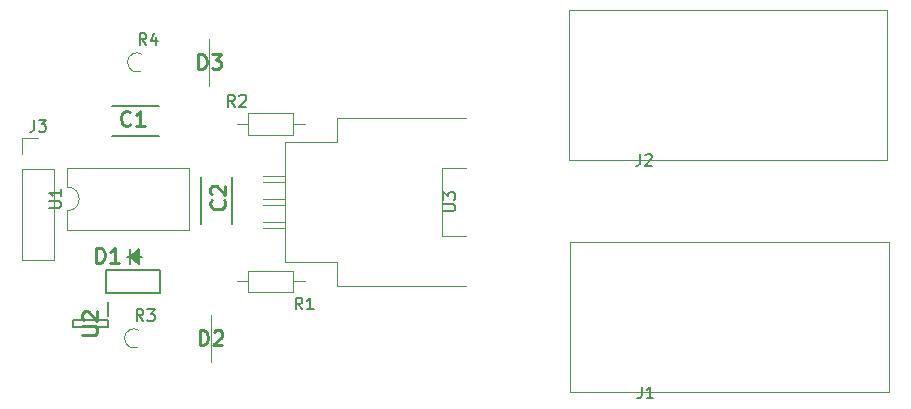
<source format=gbr>
%TF.GenerationSoftware,KiCad,Pcbnew,5.1.6+dfsg1-1*%
%TF.CreationDate,2021-01-11T22:17:59-08:00*%
%TF.ProjectId,high-current-sense-relay,68696768-2d63-4757-9272-656e742d7365,rev?*%
%TF.SameCoordinates,Original*%
%TF.FileFunction,Legend,Top*%
%TF.FilePolarity,Positive*%
%FSLAX46Y46*%
G04 Gerber Fmt 4.6, Leading zero omitted, Abs format (unit mm)*
G04 Created by KiCad (PCBNEW 5.1.6+dfsg1-1) date 2021-01-11 22:17:59*
%MOMM*%
%LPD*%
G01*
G04 APERTURE LIST*
%ADD10C,0.120000*%
%ADD11C,0.200000*%
%ADD12C,0.152400*%
%ADD13C,0.100000*%
%ADD14C,0.150000*%
%ADD15C,0.254000*%
G04 APERTURE END LIST*
D10*
%TO.C,J1*%
X176429000Y-49784000D02*
X149429000Y-49784000D01*
X176429000Y-37084000D02*
X176429000Y-49784000D01*
X149429000Y-37084000D02*
X176429000Y-37084000D01*
X149429000Y-49784000D02*
X149429000Y-37084000D01*
%TO.C,J2*%
X176302000Y-30099000D02*
X149302000Y-30099000D01*
X176302000Y-17399000D02*
X176302000Y-30099000D01*
X149302000Y-17399000D02*
X176302000Y-17399000D01*
X149302000Y-30099000D02*
X149302000Y-17399000D01*
D11*
%TO.C,C2*%
X120807000Y-31528000D02*
X120807000Y-35528000D01*
X118207000Y-31528000D02*
X118207000Y-35528000D01*
D10*
%TO.C,R2*%
X122159000Y-26131000D02*
X122159000Y-27971000D01*
X122159000Y-27971000D02*
X125999000Y-27971000D01*
X125999000Y-27971000D02*
X125999000Y-26131000D01*
X125999000Y-26131000D02*
X122159000Y-26131000D01*
X121209000Y-27051000D02*
X122159000Y-27051000D01*
X126949000Y-27051000D02*
X125999000Y-27051000D01*
%TO.C,R1*%
X125999000Y-41306000D02*
X125999000Y-39466000D01*
X125999000Y-39466000D02*
X122159000Y-39466000D01*
X122159000Y-39466000D02*
X122159000Y-41306000D01*
X122159000Y-41306000D02*
X125999000Y-41306000D01*
X126949000Y-40386000D02*
X125999000Y-40386000D01*
X121209000Y-40386000D02*
X122159000Y-40386000D01*
D11*
%TO.C,C1*%
X110649000Y-25497000D02*
X114649000Y-25497000D01*
X110649000Y-28097000D02*
X114649000Y-28097000D01*
D12*
%TO.C,D1*%
X113207800Y-38277800D02*
X112191800Y-38277800D01*
X112191800Y-38277800D02*
X111937800Y-38277800D01*
X112191800Y-37642800D02*
X112191800Y-38277800D01*
X112191800Y-38277800D02*
X112191800Y-38912800D01*
X112191800Y-38277800D02*
X112953800Y-37642800D01*
X112191800Y-38277800D02*
X112953800Y-37769800D01*
X112191800Y-38277800D02*
X112953800Y-37896800D01*
X112191800Y-38277800D02*
X112953800Y-38023800D01*
X112191800Y-38277800D02*
X112953800Y-38150800D01*
X112191800Y-38277800D02*
X112953800Y-38912800D01*
X112191800Y-38277800D02*
X112953800Y-38785800D01*
X112191800Y-38277800D02*
X112953800Y-38658800D01*
X112191800Y-38277800D02*
X112953800Y-38531800D01*
X112191800Y-38277800D02*
X112953800Y-38404800D01*
X112953800Y-37642800D02*
X112953800Y-38912800D01*
X110109000Y-41351200D02*
X114681000Y-41351200D01*
X114681000Y-41351200D02*
X114681000Y-39420800D01*
X114681000Y-39420800D02*
X110109000Y-39420800D01*
X110109000Y-39420800D02*
X110109000Y-41351200D01*
D13*
%TO.C,D2*%
X118999000Y-43212000D02*
X118999000Y-47212000D01*
X118999000Y-47212000D02*
X118999000Y-43212000D01*
%TO.C,D3*%
X118872000Y-23844000D02*
X118872000Y-19844000D01*
X118872000Y-19844000D02*
X118872000Y-23844000D01*
D10*
%TO.C,J3*%
X103064000Y-28261000D02*
X104394000Y-28261000D01*
X103064000Y-29591000D02*
X103064000Y-28261000D01*
X103064000Y-30861000D02*
X105724000Y-30861000D01*
X105724000Y-30861000D02*
X105724000Y-38541000D01*
X103064000Y-30861000D02*
X103064000Y-38541000D01*
X103064000Y-38541000D02*
X105724000Y-38541000D01*
%TO.C,R3*%
X112842095Y-45961359D02*
G75*
G02*
X112939133Y-44512000I-320095J749359D01*
G01*
%TO.C,R4*%
X113096095Y-22593359D02*
G75*
G02*
X113193133Y-21144000I-320095J749359D01*
G01*
%TO.C,U1*%
X106874000Y-30751000D02*
X106874000Y-32401000D01*
X117154000Y-30751000D02*
X106874000Y-30751000D01*
X117154000Y-36051000D02*
X117154000Y-30751000D01*
X106874000Y-36051000D02*
X117154000Y-36051000D01*
X106874000Y-34401000D02*
X106874000Y-36051000D01*
X106874000Y-32401000D02*
G75*
G02*
X106874000Y-34401000I0J-1000000D01*
G01*
D11*
%TO.C,U2*%
X110314000Y-43642000D02*
X110314000Y-44242000D01*
X110314000Y-44242000D02*
X107364000Y-44242000D01*
X107364000Y-44242000D02*
X107364000Y-43642000D01*
X107364000Y-43642000D02*
X110314000Y-43642000D01*
X110339000Y-42092000D02*
X110339000Y-43292000D01*
D10*
%TO.C,U3*%
X125335000Y-35825000D02*
X123455000Y-35825000D01*
X125335000Y-33915000D02*
X123455000Y-33915000D01*
X125335000Y-32005000D02*
X123455000Y-32005000D01*
X125335000Y-31495000D02*
X123455000Y-31495000D01*
X125335000Y-33405000D02*
X123455000Y-33405000D01*
X125335000Y-35315000D02*
X123455000Y-35315000D01*
X125335000Y-38780000D02*
X129735000Y-38780000D01*
X125335000Y-28540000D02*
X129735000Y-28540000D01*
X125335000Y-38780000D02*
X125335000Y-28540000D01*
X138575000Y-30780000D02*
X138575000Y-36540000D01*
X138575000Y-30780000D02*
X140655000Y-30780000D01*
X138575000Y-36540000D02*
X140655000Y-36540000D01*
X129735000Y-28540000D02*
X129735000Y-26540000D01*
X129735000Y-38780000D02*
X129735000Y-40780000D01*
X129735000Y-26540000D02*
X140655000Y-26540000D01*
X129735000Y-40780000D02*
X140655000Y-40780000D01*
%TO.C,J1*%
D14*
X155495666Y-49286380D02*
X155495666Y-50000666D01*
X155448047Y-50143523D01*
X155352809Y-50238761D01*
X155209952Y-50286380D01*
X155114714Y-50286380D01*
X156495666Y-50286380D02*
X155924238Y-50286380D01*
X156209952Y-50286380D02*
X156209952Y-49286380D01*
X156114714Y-49429238D01*
X156019476Y-49524476D01*
X155924238Y-49572095D01*
%TO.C,J2*%
X155368666Y-29601380D02*
X155368666Y-30315666D01*
X155321047Y-30458523D01*
X155225809Y-30553761D01*
X155082952Y-30601380D01*
X154987714Y-30601380D01*
X155797238Y-29696619D02*
X155844857Y-29649000D01*
X155940095Y-29601380D01*
X156178190Y-29601380D01*
X156273428Y-29649000D01*
X156321047Y-29696619D01*
X156368666Y-29791857D01*
X156368666Y-29887095D01*
X156321047Y-30029952D01*
X155749619Y-30601380D01*
X156368666Y-30601380D01*
%TO.C,C2*%
D15*
X120119571Y-33494666D02*
X120180047Y-33555142D01*
X120240523Y-33736571D01*
X120240523Y-33857523D01*
X120180047Y-34038952D01*
X120059095Y-34159904D01*
X119938142Y-34220380D01*
X119696238Y-34280857D01*
X119514809Y-34280857D01*
X119272904Y-34220380D01*
X119151952Y-34159904D01*
X119031000Y-34038952D01*
X118970523Y-33857523D01*
X118970523Y-33736571D01*
X119031000Y-33555142D01*
X119091476Y-33494666D01*
X119091476Y-33010857D02*
X119031000Y-32950380D01*
X118970523Y-32829428D01*
X118970523Y-32527047D01*
X119031000Y-32406095D01*
X119091476Y-32345619D01*
X119212428Y-32285142D01*
X119333380Y-32285142D01*
X119514809Y-32345619D01*
X120240523Y-33071333D01*
X120240523Y-32285142D01*
%TO.C,R2*%
D14*
X121052333Y-25583380D02*
X120719000Y-25107190D01*
X120480904Y-25583380D02*
X120480904Y-24583380D01*
X120861857Y-24583380D01*
X120957095Y-24631000D01*
X121004714Y-24678619D01*
X121052333Y-24773857D01*
X121052333Y-24916714D01*
X121004714Y-25011952D01*
X120957095Y-25059571D01*
X120861857Y-25107190D01*
X120480904Y-25107190D01*
X121433285Y-24678619D02*
X121480904Y-24631000D01*
X121576142Y-24583380D01*
X121814238Y-24583380D01*
X121909476Y-24631000D01*
X121957095Y-24678619D01*
X122004714Y-24773857D01*
X122004714Y-24869095D01*
X121957095Y-25011952D01*
X121385666Y-25583380D01*
X122004714Y-25583380D01*
%TO.C,R1*%
X126772333Y-42758380D02*
X126439000Y-42282190D01*
X126200904Y-42758380D02*
X126200904Y-41758380D01*
X126581857Y-41758380D01*
X126677095Y-41806000D01*
X126724714Y-41853619D01*
X126772333Y-41948857D01*
X126772333Y-42091714D01*
X126724714Y-42186952D01*
X126677095Y-42234571D01*
X126581857Y-42282190D01*
X126200904Y-42282190D01*
X127724714Y-42758380D02*
X127153285Y-42758380D01*
X127439000Y-42758380D02*
X127439000Y-41758380D01*
X127343761Y-41901238D01*
X127248523Y-41996476D01*
X127153285Y-42044095D01*
%TO.C,C1*%
D15*
X112192333Y-27091571D02*
X112131857Y-27152047D01*
X111950428Y-27212523D01*
X111829476Y-27212523D01*
X111648047Y-27152047D01*
X111527095Y-27031095D01*
X111466619Y-26910142D01*
X111406142Y-26668238D01*
X111406142Y-26486809D01*
X111466619Y-26244904D01*
X111527095Y-26123952D01*
X111648047Y-26003000D01*
X111829476Y-25942523D01*
X111950428Y-25942523D01*
X112131857Y-26003000D01*
X112192333Y-26063476D01*
X113401857Y-27212523D02*
X112676142Y-27212523D01*
X113039000Y-27212523D02*
X113039000Y-25942523D01*
X112918047Y-26123952D01*
X112797095Y-26244904D01*
X112676142Y-26305380D01*
%TO.C,D1*%
X109298619Y-38801523D02*
X109298619Y-37531523D01*
X109601000Y-37531523D01*
X109782428Y-37592000D01*
X109903380Y-37712952D01*
X109963857Y-37833904D01*
X110024333Y-38075809D01*
X110024333Y-38257238D01*
X109963857Y-38499142D01*
X109903380Y-38620095D01*
X109782428Y-38741047D01*
X109601000Y-38801523D01*
X109298619Y-38801523D01*
X111233857Y-38801523D02*
X110508142Y-38801523D01*
X110871000Y-38801523D02*
X110871000Y-37531523D01*
X110750047Y-37712952D01*
X110629095Y-37833904D01*
X110508142Y-37894380D01*
%TO.C,D2*%
X118061619Y-45786523D02*
X118061619Y-44516523D01*
X118364000Y-44516523D01*
X118545428Y-44577000D01*
X118666380Y-44697952D01*
X118726857Y-44818904D01*
X118787333Y-45060809D01*
X118787333Y-45242238D01*
X118726857Y-45484142D01*
X118666380Y-45605095D01*
X118545428Y-45726047D01*
X118364000Y-45786523D01*
X118061619Y-45786523D01*
X119271142Y-44637476D02*
X119331619Y-44577000D01*
X119452571Y-44516523D01*
X119754952Y-44516523D01*
X119875904Y-44577000D01*
X119936380Y-44637476D01*
X119996857Y-44758428D01*
X119996857Y-44879380D01*
X119936380Y-45060809D01*
X119210666Y-45786523D01*
X119996857Y-45786523D01*
%TO.C,D3*%
X117934619Y-22418523D02*
X117934619Y-21148523D01*
X118237000Y-21148523D01*
X118418428Y-21209000D01*
X118539380Y-21329952D01*
X118599857Y-21450904D01*
X118660333Y-21692809D01*
X118660333Y-21874238D01*
X118599857Y-22116142D01*
X118539380Y-22237095D01*
X118418428Y-22358047D01*
X118237000Y-22418523D01*
X117934619Y-22418523D01*
X119083666Y-21148523D02*
X119869857Y-21148523D01*
X119446523Y-21632333D01*
X119627952Y-21632333D01*
X119748904Y-21692809D01*
X119809380Y-21753285D01*
X119869857Y-21874238D01*
X119869857Y-22176619D01*
X119809380Y-22297571D01*
X119748904Y-22358047D01*
X119627952Y-22418523D01*
X119265095Y-22418523D01*
X119144142Y-22358047D01*
X119083666Y-22297571D01*
%TO.C,J3*%
D14*
X104060666Y-26713380D02*
X104060666Y-27427666D01*
X104013047Y-27570523D01*
X103917809Y-27665761D01*
X103774952Y-27713380D01*
X103679714Y-27713380D01*
X104441619Y-26713380D02*
X105060666Y-26713380D01*
X104727333Y-27094333D01*
X104870190Y-27094333D01*
X104965428Y-27141952D01*
X105013047Y-27189571D01*
X105060666Y-27284809D01*
X105060666Y-27522904D01*
X105013047Y-27618142D01*
X104965428Y-27665761D01*
X104870190Y-27713380D01*
X104584476Y-27713380D01*
X104489238Y-27665761D01*
X104441619Y-27618142D01*
%TO.C,R3*%
X113305333Y-43744380D02*
X112972000Y-43268190D01*
X112733904Y-43744380D02*
X112733904Y-42744380D01*
X113114857Y-42744380D01*
X113210095Y-42792000D01*
X113257714Y-42839619D01*
X113305333Y-42934857D01*
X113305333Y-43077714D01*
X113257714Y-43172952D01*
X113210095Y-43220571D01*
X113114857Y-43268190D01*
X112733904Y-43268190D01*
X113638666Y-42744380D02*
X114257714Y-42744380D01*
X113924380Y-43125333D01*
X114067238Y-43125333D01*
X114162476Y-43172952D01*
X114210095Y-43220571D01*
X114257714Y-43315809D01*
X114257714Y-43553904D01*
X114210095Y-43649142D01*
X114162476Y-43696761D01*
X114067238Y-43744380D01*
X113781523Y-43744380D01*
X113686285Y-43696761D01*
X113638666Y-43649142D01*
%TO.C,R4*%
X113559333Y-20376380D02*
X113226000Y-19900190D01*
X112987904Y-20376380D02*
X112987904Y-19376380D01*
X113368857Y-19376380D01*
X113464095Y-19424000D01*
X113511714Y-19471619D01*
X113559333Y-19566857D01*
X113559333Y-19709714D01*
X113511714Y-19804952D01*
X113464095Y-19852571D01*
X113368857Y-19900190D01*
X112987904Y-19900190D01*
X114416476Y-19709714D02*
X114416476Y-20376380D01*
X114178380Y-19328761D02*
X113940285Y-20043047D01*
X114559333Y-20043047D01*
%TO.C,U1*%
X105326380Y-34162904D02*
X106135904Y-34162904D01*
X106231142Y-34115285D01*
X106278761Y-34067666D01*
X106326380Y-33972428D01*
X106326380Y-33781952D01*
X106278761Y-33686714D01*
X106231142Y-33639095D01*
X106135904Y-33591476D01*
X105326380Y-33591476D01*
X106326380Y-32591476D02*
X106326380Y-33162904D01*
X106326380Y-32877190D02*
X105326380Y-32877190D01*
X105469238Y-32972428D01*
X105564476Y-33067666D01*
X105612095Y-33162904D01*
%TO.C,U2*%
D15*
X108143523Y-44909619D02*
X109171619Y-44909619D01*
X109292571Y-44849142D01*
X109353047Y-44788666D01*
X109413523Y-44667714D01*
X109413523Y-44425809D01*
X109353047Y-44304857D01*
X109292571Y-44244380D01*
X109171619Y-44183904D01*
X108143523Y-44183904D01*
X108264476Y-43639619D02*
X108204000Y-43579142D01*
X108143523Y-43458190D01*
X108143523Y-43155809D01*
X108204000Y-43034857D01*
X108264476Y-42974380D01*
X108385428Y-42913904D01*
X108506380Y-42913904D01*
X108687809Y-42974380D01*
X109413523Y-43700095D01*
X109413523Y-42913904D01*
%TO.C,U3*%
D14*
X138707380Y-34421904D02*
X139516904Y-34421904D01*
X139612142Y-34374285D01*
X139659761Y-34326666D01*
X139707380Y-34231428D01*
X139707380Y-34040952D01*
X139659761Y-33945714D01*
X139612142Y-33898095D01*
X139516904Y-33850476D01*
X138707380Y-33850476D01*
X138707380Y-33469523D02*
X138707380Y-32850476D01*
X139088333Y-33183809D01*
X139088333Y-33040952D01*
X139135952Y-32945714D01*
X139183571Y-32898095D01*
X139278809Y-32850476D01*
X139516904Y-32850476D01*
X139612142Y-32898095D01*
X139659761Y-32945714D01*
X139707380Y-33040952D01*
X139707380Y-33326666D01*
X139659761Y-33421904D01*
X139612142Y-33469523D01*
%TD*%
M02*

</source>
